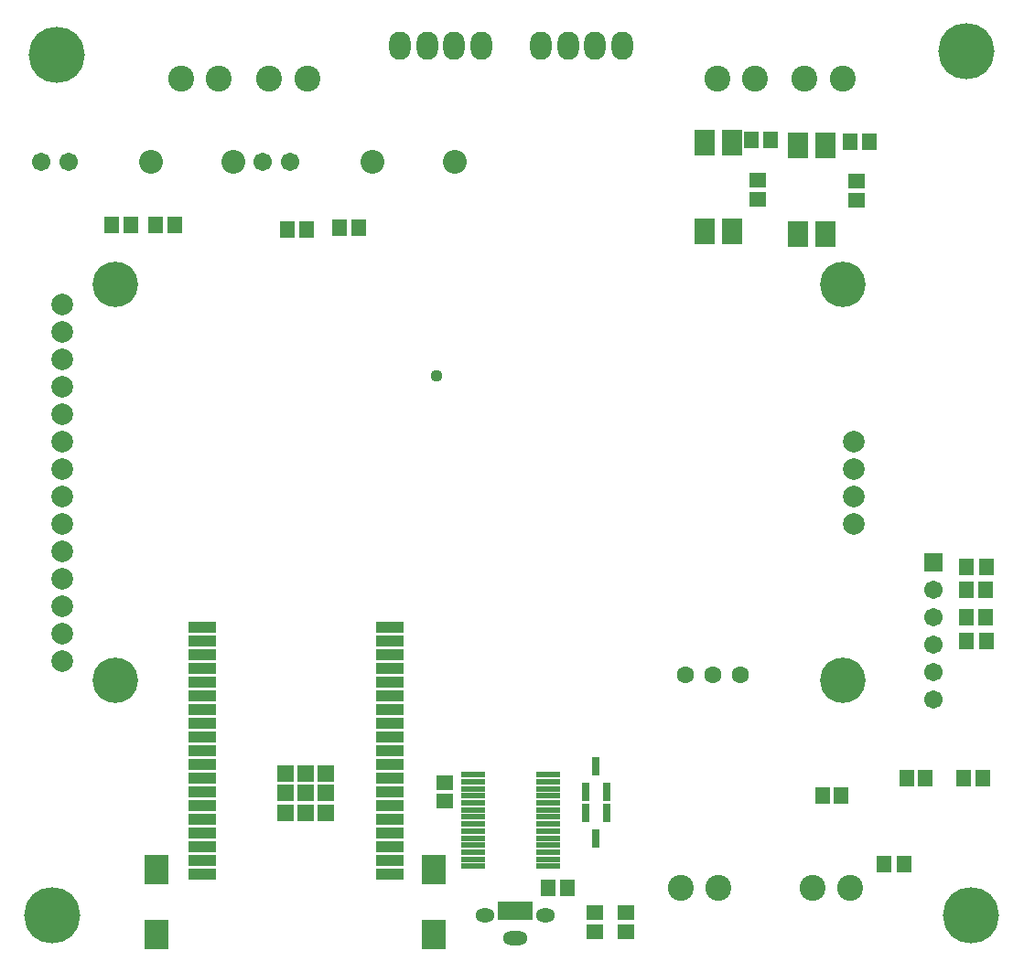
<source format=gts>
G04*
G04 #@! TF.GenerationSoftware,Altium Limited,Altium Designer,21.5.1 (32)*
G04*
G04 Layer_Color=8388736*
%FSAX24Y24*%
%MOIN*%
G70*
G04*
G04 #@! TF.SameCoordinates,E50B5674-5FFA-4352-8543-23BF37AEB5C9*
G04*
G04*
G04 #@! TF.FilePolarity,Negative*
G04*
G01*
G75*
%ADD49R,0.0316X0.0651*%
%ADD50R,0.0749X0.0946*%
%ADD51R,0.0572X0.0592*%
%ADD52R,0.0552X0.0631*%
%ADD53R,0.0867X0.1064*%
%ADD54R,0.0631X0.0552*%
%ADD55R,0.0887X0.0235*%
%ADD56R,0.1045X0.0434*%
%ADD57R,0.0604X0.0604*%
%ADD58R,0.0257X0.0671*%
%ADD59R,0.0572X0.0631*%
%ADD60R,0.0631X0.0572*%
%ADD61C,0.1655*%
%ADD62C,0.0789*%
%ADD63C,0.0671*%
%ADD64C,0.0867*%
%ADD65R,0.0671X0.0671*%
%ADD66C,0.0946*%
%ADD67C,0.0631*%
%ADD68O,0.0780X0.1030*%
%ADD69O,0.0907X0.0513*%
%ADD70O,0.0710X0.0513*%
%ADD71C,0.2049*%
%ADD72C,0.0440*%
D49*
X030150Y016187D02*
D03*
X029776Y017113D02*
D03*
X030524D02*
D03*
X030150Y018813D02*
D03*
X030524Y017887D02*
D03*
X029776D02*
D03*
D50*
X035100Y041564D02*
D03*
X034100D02*
D03*
Y038336D02*
D03*
X035100D02*
D03*
X038500Y038236D02*
D03*
X037500D02*
D03*
Y041464D02*
D03*
X038500D02*
D03*
D51*
X043640Y023400D02*
D03*
X044360D02*
D03*
X036510Y041650D02*
D03*
X035790D02*
D03*
X020790Y038450D02*
D03*
X021510D02*
D03*
X014810Y038550D02*
D03*
X014090D02*
D03*
X040650Y015250D02*
D03*
X041370D02*
D03*
X043640Y026100D02*
D03*
X044360D02*
D03*
X039390Y041600D02*
D03*
X040110D02*
D03*
X029110Y014400D02*
D03*
X028390D02*
D03*
D52*
X043646Y024250D02*
D03*
X044354D02*
D03*
X044254Y018400D02*
D03*
X043546D02*
D03*
X044354Y025250D02*
D03*
X043646D02*
D03*
X013204Y038550D02*
D03*
X012496D02*
D03*
X018891Y038400D02*
D03*
X019600D02*
D03*
D53*
X014150Y015062D02*
D03*
Y012700D02*
D03*
X024250Y012700D02*
D03*
Y015062D02*
D03*
D54*
X031250Y012796D02*
D03*
Y013504D02*
D03*
X030100D02*
D03*
Y012796D02*
D03*
X036050Y039496D02*
D03*
Y040204D02*
D03*
X039650Y040154D02*
D03*
Y039446D02*
D03*
D55*
X028400Y015182D02*
D03*
Y015438D02*
D03*
Y015694D02*
D03*
Y015950D02*
D03*
Y016206D02*
D03*
Y016462D02*
D03*
Y016718D02*
D03*
Y016974D02*
D03*
Y017230D02*
D03*
Y017485D02*
D03*
Y017741D02*
D03*
Y017997D02*
D03*
Y018253D02*
D03*
Y018509D02*
D03*
X025664Y015182D02*
D03*
Y015438D02*
D03*
Y015694D02*
D03*
Y015950D02*
D03*
Y016206D02*
D03*
Y016462D02*
D03*
Y016718D02*
D03*
Y016974D02*
D03*
Y017230D02*
D03*
Y017485D02*
D03*
Y017741D02*
D03*
Y017997D02*
D03*
Y018253D02*
D03*
Y018509D02*
D03*
D56*
X022624Y015397D02*
D03*
Y016397D02*
D03*
Y015897D02*
D03*
Y017897D02*
D03*
Y018397D02*
D03*
Y017397D02*
D03*
Y016897D02*
D03*
Y020897D02*
D03*
Y021397D02*
D03*
Y022397D02*
D03*
Y021897D02*
D03*
Y019897D02*
D03*
Y020397D02*
D03*
Y019397D02*
D03*
Y018897D02*
D03*
Y023397D02*
D03*
Y022897D02*
D03*
X015813Y014897D02*
D03*
X022624D02*
D03*
X015813Y015397D02*
D03*
Y015897D02*
D03*
Y016397D02*
D03*
Y016897D02*
D03*
Y017397D02*
D03*
Y017897D02*
D03*
Y018397D02*
D03*
Y018897D02*
D03*
Y019397D02*
D03*
Y019897D02*
D03*
Y020397D02*
D03*
Y020897D02*
D03*
Y021397D02*
D03*
Y021897D02*
D03*
Y022397D02*
D03*
Y022897D02*
D03*
Y023397D02*
D03*
Y023897D02*
D03*
X022624D02*
D03*
D57*
X019572Y017850D02*
D03*
Y017128D02*
D03*
Y018572D02*
D03*
X018850Y017128D02*
D03*
X020295D02*
D03*
X018850Y017850D02*
D03*
X020295D02*
D03*
X018850Y018572D02*
D03*
X020295D02*
D03*
D58*
X027714Y013552D02*
D03*
X027458D02*
D03*
X027202D02*
D03*
X026946D02*
D03*
X026691D02*
D03*
D59*
X038420Y017750D02*
D03*
X039080D02*
D03*
X042130Y018400D02*
D03*
X041470D02*
D03*
D60*
X024650Y017570D02*
D03*
Y018230D02*
D03*
D61*
X012650Y021943D02*
D03*
Y036400D02*
D03*
X039130Y021943D02*
D03*
Y036400D02*
D03*
D62*
X010713Y029672D02*
D03*
Y030672D02*
D03*
Y031672D02*
D03*
Y032672D02*
D03*
Y033672D02*
D03*
Y034672D02*
D03*
Y035672D02*
D03*
Y022672D02*
D03*
Y023672D02*
D03*
Y024672D02*
D03*
Y025672D02*
D03*
Y026672D02*
D03*
Y027672D02*
D03*
Y028672D02*
D03*
X039524Y027672D02*
D03*
Y028672D02*
D03*
Y029672D02*
D03*
Y030672D02*
D03*
D63*
X010950Y040850D02*
D03*
X009950D02*
D03*
X042450Y021250D02*
D03*
Y022250D02*
D03*
Y023250D02*
D03*
Y024250D02*
D03*
Y025250D02*
D03*
X019000Y040850D02*
D03*
X018000D02*
D03*
D64*
X016950D02*
D03*
X013950D02*
D03*
X025000D02*
D03*
X022000D02*
D03*
D65*
X042450Y026250D02*
D03*
D66*
X039128Y043900D02*
D03*
X037750D02*
D03*
X034600Y014400D02*
D03*
X033222D02*
D03*
X019628Y043900D02*
D03*
X018250D02*
D03*
X035950D02*
D03*
X034572D02*
D03*
X015040Y043887D02*
D03*
X016418D02*
D03*
X038022Y014400D02*
D03*
X039400D02*
D03*
D67*
X035400Y022150D02*
D03*
X033400D02*
D03*
X034400D02*
D03*
D68*
X029134Y045100D02*
D03*
X030119D02*
D03*
X031103D02*
D03*
X028150D02*
D03*
X024000D02*
D03*
X024984D02*
D03*
X025969D02*
D03*
X023016D02*
D03*
D69*
X027202Y012554D02*
D03*
D70*
X026100Y013400D02*
D03*
X028305D02*
D03*
D71*
X043650Y044900D02*
D03*
X010500Y044750D02*
D03*
X010350Y013400D02*
D03*
X043815D02*
D03*
D72*
X024350Y033050D02*
D03*
M02*

</source>
